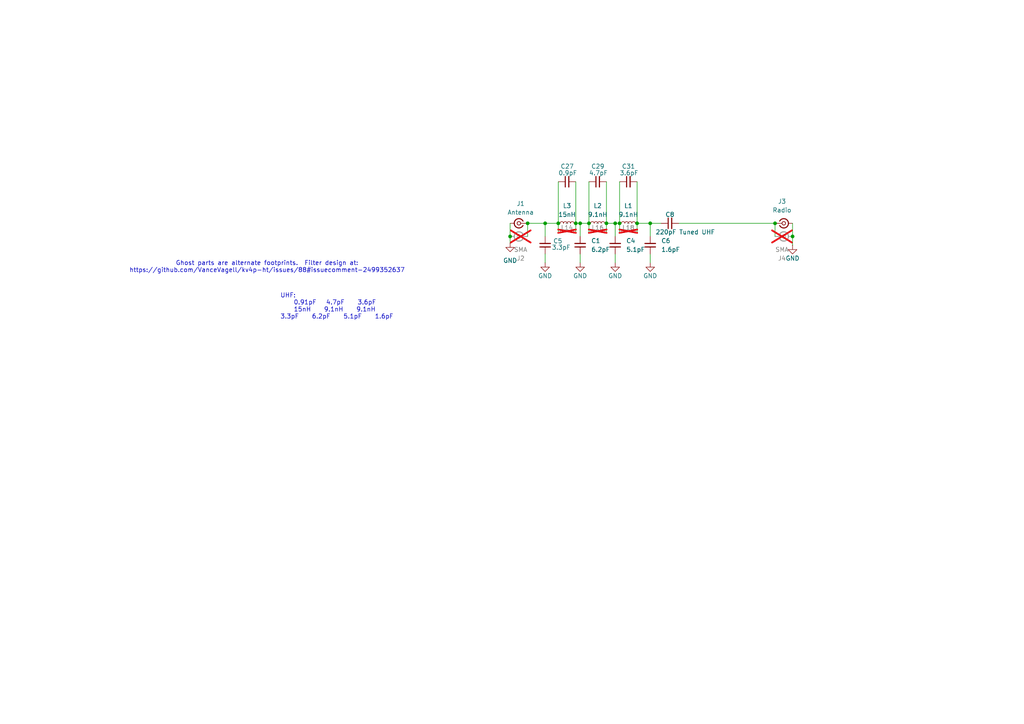
<source format=kicad_sch>
(kicad_sch (version 20231120) (generator "eeschema") (generator_version "8.0")
  (paper "A4")
  (title_block (title "kv4P HT") (date "2024-11-06") (rev "2.0b") (company "VanceVagell") (comment 1 "https://github.com/VanceVagell/kv4p-ht") (comment 2 "v2 hardware by @SmittyHalibut"))
  (lib_symbols
    (symbol "Connector:Conn_Coaxial_Small" (pin_numbers hide) (pin_names (offset 1.016) hide)
      (property "Reference" "J" (at 0.254 3.048 0))
      (property "Value" "Conn_Coaxial_Small" (at 0 -3.81 0))
      (symbol "Conn_Coaxial_Small_0_1"
        (polyline (pts (xy -2.54 0) (xy -0.508 0)))
        (circle (center 0 0) (radius 0.508) (stroke (width 0.2032)))
      )
      (symbol "Conn_Coaxial_Small_1_1"
        (arc (start -1.1916 -0.6311) (mid 0.327 -1.3081) (end 1.3484 0.0039) (stroke (width 0.3048)))
        (arc (start 1.3484 -0.0039) (mid 0.327 1.3081) (end -1.1916 0.6311) (stroke (width 0.3048)))
        (pin passive line (at -2.54 0 0) (length 1.27) (name "In") (number "1"))
        (pin passive line (at 2.54 0 180) (length 1.27) (name "Ext") (number "2"))
      )
    )
    (symbol "Device:C_Small" (pin_numbers hide) (pin_names (offset 0.254) hide)
      (property "Reference" "C" (at 0.254 1.778 0))
      (property "Value" "C_Small" (at 0.254 -2.032 0))
      (symbol "C_Small_0_1"
        (polyline (pts (xy -1.524 -0.508) (xy 1.524 -0.508)) (stroke (width 0.3302)))
        (polyline (pts (xy -1.524 0.508) (xy 1.524 0.508)) (stroke (width 0.3048)))
      )
      (symbol "C_Small_1_1"
        (pin passive line (at 0 2.54 270) (length 2.032) (name "~") (number "1"))
        (pin passive line (at 0 -2.54 90) (length 2.032) (name "~") (number "2"))
      )
    )
    (symbol "Device:L_Small" (pin_numbers hide) (pin_names (offset 0.254) hide)
      (property "Reference" "L" (at 0.762 1.016 0))
      (property "Value" "L_Small" (at 0.762 -1.016 0))
      (symbol "L_Small_0_1"
        (arc (start 0 -2.032) (mid 0.5058 -1.524) (end 0 -1.016))
        (arc (start 0 -1.016) (mid 0.5058 -0.508) (end 0 0))
        (arc (start 0 0) (mid 0.5058 0.508) (end 0 1.016))
        (arc (start 0 1.016) (mid 0.5058 1.524) (end 0 2.032))
      )
      (symbol "L_Small_1_1"
        (pin passive line (at 0 2.54 270) (length 0.508) (name "~") (number "1"))
        (pin passive line (at 0 -2.54 90) (length 0.508) (name "~") (number "2"))
      )
    )
    (symbol "power:GND" (power) (pin_numbers hide) (pin_names (offset 0) hide)
      (property "Value" "GND" (at 0 -3.81 0))
      (symbol "GND_0_1"
        (polyline (pts (xy 0 0) (xy 0 -1.27) (xy 1.27 -1.27) (xy 0 -2.54) (xy -1.27 -1.27) (xy 0 -1.27)))
      )
      (symbol "GND_1_1"
        (pin power_in line (at 0 0 270) (length 0) (name "~") (number "1"))
      )
    )
  )
  (junction (at 224.79 64.77))
  (junction (at 179.705 64.77))
  (junction (at 229.87 68.58))
  (junction (at 153.035 64.77))
  (junction (at 184.785 64.77))
  (junction (at 158.115 64.77))
  (junction (at 178.435 64.77))
  (junction (at 147.955 68.58))
  (junction (at 175.895 64.77))
  (junction (at 161.925 64.77))
  (junction (at 168.275 64.77))
  (junction (at 167.005 64.77))
  (junction (at 188.595 64.77))
  (junction (at 170.815 64.77))
  (wire (pts (xy 196.85 64.77) (xy 224.79 64.77)))
  (wire (pts (xy 178.435 64.77) (xy 179.705 64.77)))
  (wire (pts (xy 229.87 68.58) (xy 229.87 71.12)))
  (wire (pts (xy 175.895 64.77) (xy 178.435 64.77)))
  (wire (pts (xy 224.79 64.77) (xy 224.79 68.58)))
  (wire (pts (xy 170.815 64.77) (xy 170.815 67.31)))
  (wire (pts (xy 147.955 64.77) (xy 147.955 68.58)))
  (wire (pts (xy 168.275 73.66) (xy 168.275 76.2)))
  (wire (pts (xy 184.785 64.77) (xy 184.785 67.31)))
  (wire (pts (xy 175.895 52.705) (xy 175.895 64.77)))
  (wire (pts (xy 184.785 52.705) (xy 184.785 64.77)))
  (wire (pts (xy 178.435 64.77) (xy 178.435 68.58)))
  (wire (pts (xy 175.895 64.77) (xy 175.895 67.31)))
  (wire (pts (xy 147.955 68.58) (xy 147.955 70.485)))
  (wire (pts (xy 188.595 64.77) (xy 188.595 68.58)))
  (wire (pts (xy 168.275 64.77) (xy 170.815 64.77)))
  (wire (pts (xy 158.115 64.77) (xy 161.925 64.77)))
  (wire (pts (xy 188.595 64.77) (xy 191.77 64.77)))
  (wire (pts (xy 167.005 64.77) (xy 168.275 64.77)))
  (wire (pts (xy 158.115 64.77) (xy 158.115 68.58)))
  (wire (pts (xy 170.815 52.705) (xy 170.815 64.77)))
  (wire (pts (xy 161.925 64.77) (xy 161.925 67.31)))
  (wire (pts (xy 158.115 73.66) (xy 158.115 76.2)))
  (wire (pts (xy 178.435 73.66) (xy 178.435 76.2)))
  (wire (pts (xy 153.035 64.77) (xy 158.115 64.77)))
  (wire (pts (xy 229.87 64.77) (xy 229.87 68.58)))
  (wire (pts (xy 184.785 64.77) (xy 188.595 64.77)))
  (wire (pts (xy 167.005 64.77) (xy 167.005 67.31)))
  (wire (pts (xy 188.595 73.66) (xy 188.595 76.2)))
  (wire (pts (xy 168.275 64.77) (xy 168.275 68.58)))
  (wire (pts (xy 179.705 52.705) (xy 179.705 64.77)))
  (wire (pts (xy 179.705 64.77) (xy 179.705 67.31)))
  (wire (pts (xy 153.035 64.77) (xy 153.035 68.58)))
  (wire (pts (xy 167.005 52.705) (xy 167.005 64.77)))
  (wire (pts (xy 161.925 52.705) (xy 161.925 64.77)))
  (text "Ghost parts are alternate footprints.  Filter design at:\nhttps://github.com/VanceVagell/kv4p-ht/issues/88#issuecomment-2499352637" (at 77.47 77.47 0) (effects (font (size 1.27 1.27))))
  (text "UHF:\n    0.91pF   4.7pF    3.6pF\n    15nH    9.1nH    9.1nH\n3.3pF    6.2pF    5.1pF    1.6pF" (at 81.28 88.9 0) (effects (font (size 1.27 1.27)) (justify left)))
  (symbol (lib_id "Device:L_Small") (at 173.355 67.31 90) (unit 1) (in_bom no) (dnp yes)
    (property "Reference" "L16" (at 173.355 66.04 90))
    (property "Value" "~" (at 173.355 64.77 90))
    (property "Footprint" "Inductor_SMD:L_0805_2012Metric" (effects (hide yes)))
  )
  (symbol (lib_id "Device:C_Small") (at 173.355 52.705 90) (mirror x) (unit 1)
    (property "Reference" "C29" (at 171.45 48.26 90) (effects (justify right)))
    (property "Value" "4.7pF" (at 170.815 50.165 90) (effects (justify right)))
    (property "Footprint" "Capacitor_SMD:C_0402_1005Metric" (effects (hide yes)))
    (property "LCSC" "C161327" (effects (hide yes)))
    (property "Part Number" "GJM1555C1H4R7BB01D" (effects (hide yes)))
  )
  (symbol (lib_id "Device:C_Small") (at 178.435 71.12 180) (unit 1)
    (property "Reference" "C4" (at 181.61 69.8435 0) (effects (justify right)))
    (property "Value" "5.1pF" (at 181.61 72.3835 0) (effects (justify right)))
    (property "Footprint" "Capacitor_SMD:C_0402_1005Metric" (effects (hide yes)))
    (property "LCSC" "C237535" (effects (hide yes)))
    (property "Part Number" "GJM1555C1H5R1BB01D" (effects (hide yes)))
  )
  (symbol (lib_id "Device:C_Small") (at 194.31 64.77 90) (unit 1)
    (property "Reference" "C8" (at 194.31 62.23 90))
    (property "Value" "220pF Tuned UHF" (at 198.755 67.31 90))
    (property "Footprint" "Capacitor_SMD:C_0603_1608Metric" (effects (hide yes)))
    (property "Description" "Unpolarized capacitor, small symbol" (effects (hide yes)))
    (property "LCSC" "C388907" (effects (hide yes)))
    (property "Manufacturer" "Murata" (effects (hide yes)))
    (property "Part Number" "GCM1885C2A221JA16D" (effects (hide yes)))
    (property "Alternate LCSC" "C882578, C2168957" (effects (hide yes)))
  )
  (symbol (lib_id "Connector:Conn_Coaxial_Small") (at 150.495 68.58 0) (mirror y) (unit 1) (in_bom no) (dnp yes)
    (property "Reference" "J2" (at 151.0145 74.93 0))
    (property "Value" "SMA" (at 151.0145 72.39 0))
    (property "Footprint" "Connector_Coaxial:SMA_Molex_73251-2120_EdgeMount_Horizontal" (effects (hide yes)))
  )
  (symbol (lib_id "power:GND") (at 168.275 76.2 0) (unit 1)
    (property "Reference" "#PWR07" (effects (hide yes)))
    (property "Value" "GND" (at 168.275 80.01 0))
    (property "Description" "Power symbol creates a global label with name \"GND\" , ground" (effects (hide yes)))
  )
  (symbol (lib_id "Device:L_Small") (at 164.465 64.77 90) (unit 1)
    (property "Reference" "L3" (at 164.465 59.69 90))
    (property "Value" "15nH" (at 164.465 62.23 90))
    (property "Footprint" "Inductor_SMD:L_0805_2012Metric" (effects (hide yes)))
    (property "LCSC" "C341794" (effects (hide yes)))
    (property "Part Number" "LQW2BAN15NG00L (preferred) , LQW2BAS15NG00L spec'd" (effects (hide yes)))
    (property "Alternate LCSC" "C3222503 (preferred)" (effects (hide yes)))
  )
  (symbol (lib_id "Device:C_Small") (at 168.275 71.12 180) (unit 1)
    (property "Reference" "C1" (at 171.45 69.8435 0) (effects (justify right)))
    (property "Value" "6.2pF" (at 171.45 72.3835 0) (effects (justify right)))
    (property "Footprint" "Capacitor_SMD:C_0402_1005Metric" (effects (hide yes)))
    (property "LCSC" "C161331" (effects (hide yes)))
    (property "Part Number" "GJM1555C1H6R2BB01D" (effects (hide yes)))
  )
  (symbol (lib_id "power:GND") (at 178.435 76.2 0) (unit 1)
    (property "Reference" "#PWR08" (effects (hide yes)))
    (property "Value" "GND" (at 178.435 80.01 0))
    (property "Description" "Power symbol creates a global label with name \"GND\" , ground" (effects (hide yes)))
  )
  (symbol (lib_id "Device:L_Small") (at 182.245 64.77 90) (unit 1)
    (property "Reference" "L1" (at 182.245 59.69 90))
    (property "Value" "9.1nH" (at 182.245 62.23 90))
    (property "Footprint" "Inductor_SMD:L_0603_1608Metric" (effects (hide yes)))
    (property "LCSC" "C77125" (effects (hide yes)))
    (property "Part Number" "LQW18AN9N1G80D preferred, LQW18AN9N1D00D spec'd" (effects (hide yes)))
    (property "Alternate LCSC" "C2049208 preferred" (effects (hide yes)))
  )
  (symbol (lib_id "Device:C_Small") (at 158.115 71.12 180) (unit 1)
    (property "Reference" "C5" (at 160.4391 69.9014 0) (effects (justify right)))
    (property "Value" "3.3pF" (at 160.02 71.755 0) (effects (justify right)))
    (property "Footprint" "Capacitor_SMD:C_0402_1005Metric" (effects (hide yes)))
    (property "LCSC" "C88892" (effects (hide yes)))
    (property "Part Number" "GJM1555C1H3R3WB01D" (effects (hide yes)))
  )
  (symbol (lib_id "Connector:Conn_Coaxial_Small") (at 150.495 64.77 180) (unit 1)
    (property "Reference" "J1" (at 151.0145 59.055 0))
    (property "Value" "Antenna" (at 151.0145 61.595 0))
    (property "Footprint" "Connector_Coaxial:SMA_Amphenol_901-143_Horizontal" (effects (hide yes)))
    (property "LCSC" "C496551" (effects (hide yes)))
  )
  (symbol (lib_id "Device:L_Small") (at 182.245 67.31 90) (unit 1) (in_bom no) (dnp yes)
    (property "Reference" "L18" (at 182.245 66.04 90))
    (property "Value" "~" (at 182.245 64.77 90))
    (property "Footprint" "Inductor_SMD:L_0805_2012Metric" (effects (hide yes)))
  )
  (symbol (lib_id "Connector:Conn_Coaxial_Small") (at 227.33 68.58 0) (unit 1) (in_bom no) (dnp yes)
    (property "Reference" "J4" (at 226.8105 74.93 0))
    (property "Value" "SMA" (at 226.8105 72.39 0))
    (property "Footprint" "Connector_Coaxial:SMA_Molex_73251-2120_EdgeMount_Horizontal" (effects (hide yes)))
  )
  (symbol (lib_id "Device:C_Small") (at 182.245 52.705 90) (mirror x) (unit 1)
    (property "Reference" "C31" (at 180.34 48.26 90) (effects (justify right)))
    (property "Value" "3.6pF" (at 179.705 50.165 90) (effects (justify right)))
    (property "Footprint" "Capacitor_SMD:C_0402_1005Metric" (effects (hide yes)))
    (property "LCSC" "C161320" (effects (hide yes)))
    (property "Part Number" "GJM1555C1H3R6BB01D" (effects (hide yes)))
  )
  (symbol (lib_id "power:GND") (at 229.87 71.12 0) (unit 1)
    (property "Reference" "#PWR01" (effects (hide yes)))
    (property "Value" "GND" (at 229.87 74.93 0))
    (property "Description" "Power symbol creates a global label with name \"GND\" , ground" (effects (hide yes)))
  )
  (symbol (lib_id "Device:L_Small") (at 173.355 64.77 90) (unit 1)
    (property "Reference" "L2" (at 173.355 59.69 90))
    (property "Value" "9.1nH" (at 173.355 62.23 90))
    (property "Footprint" "Inductor_SMD:L_0603_1608Metric" (effects (hide yes)))
    (property "LCSC" "C77125" (effects (hide yes)))
    (property "Part Number" "LQW18AN9N1G80D preferred, LQW18AN9N1D00D spec'd" (effects (hide yes)))
    (property "Alternate LCSC" "C2049208 preferred" (effects (hide yes)))
  )
  (symbol (lib_id "power:GND") (at 188.595 76.2 0) (unit 1)
    (property "Reference" "#PWR09" (effects (hide yes)))
    (property "Value" "GND" (at 188.595 80.01 0))
    (property "Description" "Power symbol creates a global label with name \"GND\" , ground" (effects (hide yes)))
  )
  (symbol (lib_id "Device:C_Small") (at 188.595 71.12 180) (unit 1)
    (property "Reference" "C6" (at 191.77 69.8435 0) (effects (justify right)))
    (property "Value" "1.6pF" (at 191.77 72.3835 0) (effects (justify right)))
    (property "Footprint" "Capacitor_SMD:C_0402_1005Metric" (effects (hide yes)))
    (property "LCSC" "C88881" (effects (hide yes)))
    (property "Part Number" "GJM1555C1H1R6WB01D" (effects (hide yes)))
  )
  (symbol (lib_id "power:GND") (at 158.115 76.2 0) (unit 1)
    (property "Reference" "#PWR06" (effects (hide yes)))
    (property "Value" "GND" (at 158.115 80.01 0))
    (property "Description" "Power symbol creates a global label with name \"GND\" , ground" (effects (hide yes)))
  )
  (symbol (lib_id "Device:C_Small") (at 164.465 52.705 90) (mirror x) (unit 1)
    (property "Reference" "C27" (at 162.56 48.26 90) (effects (justify right)))
    (property "Value" "0.9pF" (at 161.925 50.165 90) (effects (justify right)))
    (property "Footprint" "Capacitor_SMD:C_0402_1005Metric" (effects (hide yes)))
    (property "LCSC" "C161350" (effects (hide yes)))
    (property "Part Number" "GJM1555C1HR90WB01D" (effects (hide yes)))
  )
  (symbol (lib_id "Device:L_Small") (at 164.465 67.31 90) (unit 1) (in_bom no) (dnp yes)
    (property "Reference" "L14" (at 164.465 66.04 90))
    (property "Value" "~" (at 164.465 64.77 90))
    (property "Footprint" "Inductor_SMD:L_0603_1608Metric" (effects (hide yes)))
  )
  (symbol (lib_id "power:GND") (at 147.955 70.485 0) (unit 1)
    (property "Reference" "#PWR05" (effects (hide yes)))
    (property "Value" "GND" (at 147.955 75.565 0))
    (property "Description" "Power symbol creates a global label with name \"GND\" , ground" (effects (hide yes)))
  )
  (symbol (lib_id "Connector:Conn_Coaxial_Small") (at 227.33 64.77 0) (mirror x) (unit 1)
    (property "Reference" "J3" (at 226.8104 58.42 0))
    (property "Value" "Radio" (at 226.8104 60.96 0))
    (property "Footprint" "Connector_Coaxial:SMA_Amphenol_901-143_Horizontal" (effects (hide yes)))
    (property "LCSC" "C496551" (effects (hide yes)))
  )
)
</source>
